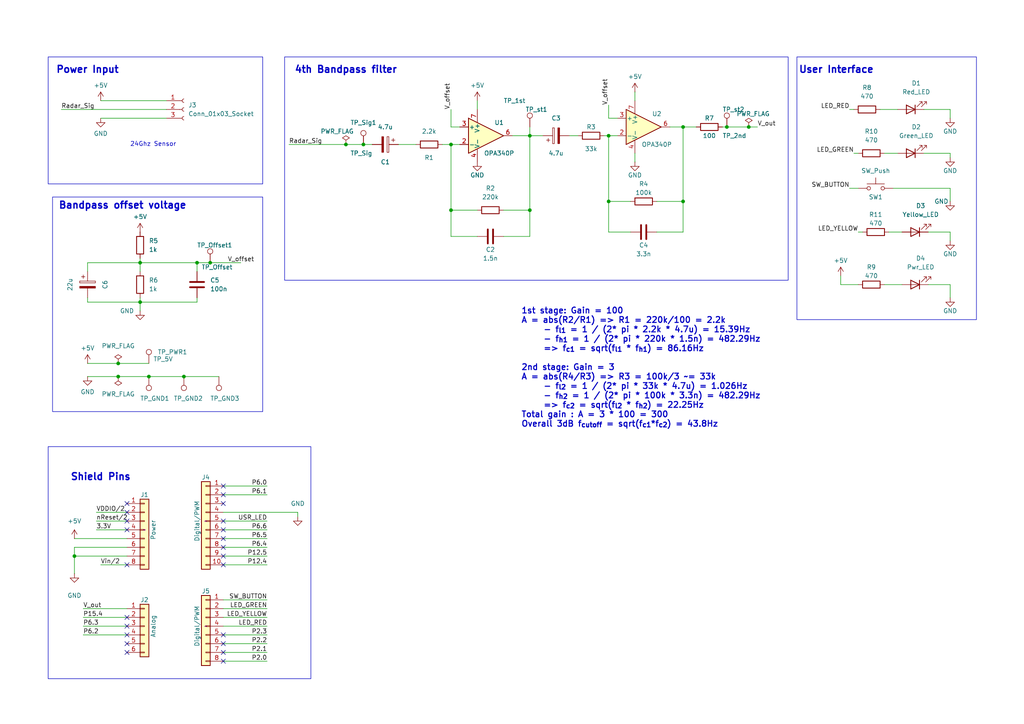
<source format=kicad_sch>
(kicad_sch (version 20231120) (generator "eeschema") (generator_version "8.0")
  (paper "A4")
  (title_block (title "24Ghz Radar Design") (date "2024-04-09") (rev "R1.0") (company "Hochschule Darmstadt") (comment 1 "Nguyen Tien Anh Ha"))
  (lib_symbols
    (symbol "Amplifier_Operational:OPA340P" (pin_names (offset 0.127))
      (property "Reference" "U" (at 0 6.35 0))
      (property "Value" "OPA340P" (at 0 3.81 0))
      (symbol "OPA340P_0_1"
        (polyline (pts (xy -5.08 5.08) (xy 5.08 0) (xy -5.08 -5.08) (xy -5.08 5.08)) (stroke (width 0.254)) (fill (type background)))
      )
      (symbol "OPA340P_1_1"
        (pin no_connect line (at -5.08 -2.54 90) (length 2.54) hide (name "NC") (number "1"))
        (pin input line (at -7.62 -2.54 0) (length 2.54) (name "-") (number "2"))
        (pin input line (at -7.62 2.54 0) (length 2.54) (name "+") (number "3"))
        (pin power_in line (at -2.54 -7.62 90) (length 3.81) (name "V-") (number "4"))
        (pin no_connect line (at -2.54 -2.54 90) (length 2.54) hide (name "NC") (number "5"))
        (pin output line (at 7.62 0 180) (length 2.54) (name "~") (number "6"))
        (pin power_in line (at -2.54 7.62 270) (length 3.81) (name "V+") (number "7"))
        (pin no_connect line (at 0 -2.54 90) (length 2.54) hide (name "NC") (number "8"))
      )
    )
    (symbol "Connector:Conn_01x03_Socket" (pin_names (offset 1.016) hide)
      (property "Reference" "J" (at 0 5.08 0))
      (property "Value" "Conn_01x03_Socket" (at 0 -5.08 0))
      (symbol "Conn_01x03_Socket_1_1"
        (arc (start 0 -2.032) (mid -0.5058 -2.54) (end 0 -3.048) (stroke (width 0.1524)))
        (polyline (pts (xy -1.27 -2.54) (xy -0.508 -2.54)) (stroke (width 0.1524)))
        (polyline (pts (xy -1.27 0) (xy -0.508 0)) (stroke (width 0.1524)))
        (polyline (pts (xy -1.27 2.54) (xy -0.508 2.54)) (stroke (width 0.1524)))
        (arc (start 0 0.508) (mid -0.5058 0) (end 0 -0.508) (stroke (width 0.1524)))
        (arc (start 0 3.048) (mid -0.5058 2.54) (end 0 2.032) (stroke (width 0.1524)))
        (pin passive line (at -5.08 2.54 0) (length 3.81) (name "Pin_1") (number "1"))
        (pin passive line (at -5.08 0 0) (length 3.81) (name "Pin_2") (number "2"))
        (pin passive line (at -5.08 -2.54 0) (length 3.81) (name "Pin_3") (number "3"))
      )
    )
    (symbol "Connector:TestPoint" (pin_numbers hide) (pin_names (offset 0.762) hide)
      (property "Reference" "TP" (at 0 6.858 0))
      (property "Value" "TestPoint" (at 0 5.08 0))
      (symbol "TestPoint_0_1"
        (circle (center 0 3.302) (radius 0.762))
      )
      (symbol "TestPoint_1_1"
        (pin passive line (at 0 0 90) (length 2.54) (name "1") (number "1"))
      )
    )
    (symbol "Connector_Generic:Conn_01x06" (pin_names (offset 1.016) hide)
      (property "Reference" "J" (at 0 7.62 0))
      (property "Value" "Conn_01x06" (at 0 -10.16 0))
      (symbol "Conn_01x06_1_1"
        (rectangle (start -1.27 -7.493) (end 0 -7.747) (stroke (width 0.1524)))
        (rectangle (start -1.27 -4.953) (end 0 -5.207) (stroke (width 0.1524)))
        (rectangle (start -1.27 -2.413) (end 0 -2.667) (stroke (width 0.1524)))
        (rectangle (start -1.27 0.127) (end 0 -0.127) (stroke (width 0.1524)))
        (rectangle (start -1.27 2.667) (end 0 2.413) (stroke (width 0.1524)))
        (rectangle (start -1.27 5.207) (end 0 4.953) (stroke (width 0.1524)))
        (rectangle (start -1.27 6.35) (end 1.27 -8.89) (stroke (width 0.254)) (fill (type background)))
        (pin passive line (at -5.08 5.08 0) (length 3.81) (name "Pin_1") (number "1"))
        (pin passive line (at -5.08 2.54 0) (length 3.81) (name "Pin_2") (number "2"))
        (pin passive line (at -5.08 0 0) (length 3.81) (name "Pin_3") (number "3"))
        (pin passive line (at -5.08 -2.54 0) (length 3.81) (name "Pin_4") (number "4"))
        (pin passive line (at -5.08 -5.08 0) (length 3.81) (name "Pin_5") (number "5"))
        (pin passive line (at -5.08 -7.62 0) (length 3.81) (name "Pin_6") (number "6"))
      )
    )
    (symbol "Connector_Generic:Conn_01x08" (pin_names (offset 1.016) hide)
      (property "Reference" "J" (at 0 10.16 0))
      (property "Value" "Conn_01x08" (at 0 -12.7 0))
      (symbol "Conn_01x08_1_1"
        (rectangle (start -1.27 -10.033) (end 0 -10.287) (stroke (width 0.1524)))
        (rectangle (start -1.27 -7.493) (end 0 -7.747) (stroke (width 0.1524)))
        (rectangle (start -1.27 -4.953) (end 0 -5.207) (stroke (width 0.1524)))
        (rectangle (start -1.27 -2.413) (end 0 -2.667) (stroke (width 0.1524)))
        (rectangle (start -1.27 0.127) (end 0 -0.127) (stroke (width 0.1524)))
        (rectangle (start -1.27 2.667) (end 0 2.413) (stroke (width 0.1524)))
        (rectangle (start -1.27 5.207) (end 0 4.953) (stroke (width 0.1524)))
        (rectangle (start -1.27 7.747) (end 0 7.493) (stroke (width 0.1524)))
        (rectangle (start -1.27 8.89) (end 1.27 -11.43) (stroke (width 0.254)) (fill (type background)))
        (pin passive line (at -5.08 7.62 0) (length 3.81) (name "Pin_1") (number "1"))
        (pin passive line (at -5.08 5.08 0) (length 3.81) (name "Pin_2") (number "2"))
        (pin passive line (at -5.08 2.54 0) (length 3.81) (name "Pin_3") (number "3"))
        (pin passive line (at -5.08 0 0) (length 3.81) (name "Pin_4") (number "4"))
        (pin passive line (at -5.08 -2.54 0) (length 3.81) (name "Pin_5") (number "5"))
        (pin passive line (at -5.08 -5.08 0) (length 3.81) (name "Pin_6") (number "6"))
        (pin passive line (at -5.08 -7.62 0) (length 3.81) (name "Pin_7") (number "7"))
        (pin passive line (at -5.08 -10.16 0) (length 3.81) (name "Pin_8") (number "8"))
      )
    )
    (symbol "Connector_Generic:Conn_01x10" (pin_names (offset 1.016) hide)
      (property "Reference" "J" (at 0 12.7 0))
      (property "Value" "Conn_01x10" (at 0 -15.24 0))
      (symbol "Conn_01x10_1_1"
        (rectangle (start -1.27 -12.573) (end 0 -12.827) (stroke (width 0.1524)))
        (rectangle (start -1.27 -10.033) (end 0 -10.287) (stroke (width 0.1524)))
        (rectangle (start -1.27 -7.493) (end 0 -7.747) (stroke (width 0.1524)))
        (rectangle (start -1.27 -4.953) (end 0 -5.207) (stroke (width 0.1524)))
        (rectangle (start -1.27 -2.413) (end 0 -2.667) (stroke (width 0.1524)))
        (rectangle (start -1.27 0.127) (end 0 -0.127) (stroke (width 0.1524)))
        (rectangle (start -1.27 2.667) (end 0 2.413) (stroke (width 0.1524)))
        (rectangle (start -1.27 5.207) (end 0 4.953) (stroke (width 0.1524)))
        (rectangle (start -1.27 7.747) (end 0 7.493) (stroke (width 0.1524)))
        (rectangle (start -1.27 10.287) (end 0 10.033) (stroke (width 0.1524)))
        (rectangle (start -1.27 11.43) (end 1.27 -13.97) (stroke (width 0.254)) (fill (type background)))
        (pin passive line (at -5.08 10.16 0) (length 3.81) (name "Pin_1") (number "1"))
        (pin passive line (at -5.08 -12.7 0) (length 3.81) (name "Pin_10") (number "10"))
        (pin passive line (at -5.08 7.62 0) (length 3.81) (name "Pin_2") (number "2"))
        (pin passive line (at -5.08 5.08 0) (length 3.81) (name "Pin_3") (number "3"))
        (pin passive line (at -5.08 2.54 0) (length 3.81) (name "Pin_4") (number "4"))
        (pin passive line (at -5.08 0 0) (length 3.81) (name "Pin_5") (number "5"))
        (pin passive line (at -5.08 -2.54 0) (length 3.81) (name "Pin_6") (number "6"))
        (pin passive line (at -5.08 -5.08 0) (length 3.81) (name "Pin_7") (number "7"))
        (pin passive line (at -5.08 -7.62 0) (length 3.81) (name "Pin_8") (number "8"))
        (pin passive line (at -5.08 -10.16 0) (length 3.81) (name "Pin_9") (number "9"))
      )
    )
    (symbol "Device:C" (pin_numbers hide) (pin_names (offset 0.254))
      (property "Reference" "C" (at 0.635 2.54 0))
      (property "Value" "C" (at 0.635 -2.54 0))
      (symbol "C_0_1"
        (polyline (pts (xy -2.032 -0.762) (xy 2.032 -0.762)) (stroke (width 0.508)))
        (polyline (pts (xy -2.032 0.762) (xy 2.032 0.762)) (stroke (width 0.508)))
      )
      (symbol "C_1_1"
        (pin passive line (at 0 3.81 270) (length 2.794) (name "~") (number "1"))
        (pin passive line (at 0 -3.81 90) (length 2.794) (name "~") (number "2"))
      )
    )
    (symbol "Device:C_Polarized" (pin_numbers hide) (pin_names (offset 0.254))
      (property "Reference" "C" (at 0.635 2.54 0))
      (property "Value" "C_Polarized" (at 0.635 -2.54 0))
      (symbol "C_Polarized_0_1"
        (rectangle (start -2.286 0.508) (end 2.286 1.016))
        (polyline (pts (xy -1.778 2.286) (xy -0.762 2.286)))
        (polyline (pts (xy -1.27 2.794) (xy -1.27 1.778)))
        (rectangle (start 2.286 -0.508) (end -2.286 -1.016) (fill (type outline)))
      )
      (symbol "C_Polarized_1_1"
        (pin passive line (at 0 3.81 270) (length 2.794) (name "~") (number "1"))
        (pin passive line (at 0 -3.81 90) (length 2.794) (name "~") (number "2"))
      )
    )
    (symbol "Device:LED" (pin_numbers hide) (pin_names (offset 1.016) hide)
      (property "Reference" "D" (at 0 2.54 0))
      (property "Value" "LED" (at 0 -2.54 0))
      (symbol "LED_0_1"
        (polyline (pts (xy -1.27 -1.27) (xy -1.27 1.27)) (stroke (width 0.254)))
        (polyline (pts (xy -1.27 0) (xy 1.27 0)))
        (polyline (pts (xy 1.27 -1.27) (xy 1.27 1.27) (xy -1.27 0) (xy 1.27 -1.27)) (stroke (width 0.254)))
        (polyline (pts (xy -3.048 -0.762) (xy -4.572 -2.286) (xy -3.81 -2.286) (xy -4.572 -2.286) (xy -4.572 -1.524)))
        (polyline (pts (xy -1.778 -0.762) (xy -3.302 -2.286) (xy -2.54 -2.286) (xy -3.302 -2.286) (xy -3.302 -1.524)))
      )
      (symbol "LED_1_1"
        (pin passive line (at -3.81 0 0) (length 2.54) (name "K") (number "1"))
        (pin passive line (at 3.81 0 180) (length 2.54) (name "A") (number "2"))
      )
    )
    (symbol "Device:R" (pin_numbers hide) (pin_names (offset 0))
      (property "Reference" "R" (at 2.032 0 90))
      (property "Value" "R" (at 0 0 90))
      (symbol "R_0_1"
        (rectangle (start -1.016 -2.54) (end 1.016 2.54) (stroke (width 0.254)))
      )
      (symbol "R_1_1"
        (pin passive line (at 0 3.81 270) (length 1.27) (name "~") (number "1"))
        (pin passive line (at 0 -3.81 90) (length 1.27) (name "~") (number "2"))
      )
    )
    (symbol "Switch:SW_Push" (pin_numbers hide) (pin_names (offset 1.016) hide)
      (property "Reference" "SW" (at 1.27 2.54 0))
      (property "Value" "SW_Push" (at 0 -1.524 0))
      (symbol "SW_Push_0_1"
        (circle (center -2.032 0) (radius 0.508))
        (polyline (pts (xy 0 1.27) (xy 0 3.048)))
        (polyline (pts (xy 2.54 1.27) (xy -2.54 1.27)))
        (circle (center 2.032 0) (radius 0.508))
        (pin passive line (at -5.08 0 0) (length 2.54) (name "1") (number "1"))
        (pin passive line (at 5.08 0 180) (length 2.54) (name "2") (number "2"))
      )
    )
    (symbol "power:+5V" (power) (pin_numbers hide) (pin_names (offset 0) hide)
      (property "Value" "+5V" (at 0 3.556 0))
      (symbol "+5V_0_1"
        (polyline (pts (xy -0.762 1.27) (xy 0 2.54)))
        (polyline (pts (xy 0 0) (xy 0 2.54)))
        (polyline (pts (xy 0 2.54) (xy 0.762 1.27)))
      )
      (symbol "+5V_1_1"
        (pin power_in line (at 0 0 90) (length 0) (name "~") (number "1"))
      )
    )
    (symbol "power:GND" (power) (pin_numbers hide) (pin_names (offset 0) hide)
      (property "Value" "GND" (at 0 -3.81 0))
      (symbol "GND_0_1"
        (polyline (pts (xy 0 0) (xy 0 -1.27) (xy 1.27 -1.27) (xy 0 -2.54) (xy -1.27 -1.27) (xy 0 -1.27)))
      )
      (symbol "GND_1_1"
        (pin power_in line (at 0 0 270) (length 0) (name "~") (number "1"))
      )
    )
    (symbol "power:PWR_FLAG" (power) (pin_numbers hide) (pin_names (offset 0) hide)
      (property "Value" "PWR_FLAG" (at 0 3.81 0))
      (symbol "PWR_FLAG_0_0"
        (pin power_out line (at 0 0 90) (length 0) (name "~") (number "1"))
      )
      (symbol "PWR_FLAG_0_1"
        (polyline (pts (xy 0 0) (xy 0 1.27) (xy -1.016 1.905) (xy 0 2.54) (xy 1.016 1.905) (xy 0 1.27)))
      )
    )
  )
  (junction (at 43.18 109.22))
  (junction (at 34.29 109.22))
  (junction (at 105.41 41.91))
  (junction (at 198.12 36.83))
  (junction (at 217.17 36.83))
  (junction (at 21.59 161.29))
  (junction (at 34.29 105.41))
  (junction (at 100.33 41.91))
  (junction (at 130.81 60.96))
  (junction (at 176.53 39.37))
  (junction (at 130.81 41.91))
  (junction (at 176.53 58.42))
  (junction (at 210.82 36.83))
  (junction (at 198.12 58.42))
  (junction (at 57.15 76.2))
  (junction (at 40.64 87.63))
  (junction (at 153.67 39.37))
  (junction (at 153.67 60.96))
  (junction (at 53.34 109.22))
  (junction (at 40.64 76.2))
  (junction (at 60.96 76.2))
  (no_connect (at 36.83 186.69))
  (no_connect (at 36.83 179.07))
  (no_connect (at 64.77 153.67))
  (no_connect (at 64.77 161.29))
  (no_connect (at 64.77 158.75))
  (no_connect (at 64.77 191.77))
  (no_connect (at 64.77 143.51))
  (no_connect (at 64.77 163.83))
  (no_connect (at 36.83 181.61))
  (no_connect (at 64.77 151.13))
  (no_connect (at 64.77 156.21))
  (no_connect (at 64.77 140.97))
  (no_connect (at 64.77 189.23))
  (no_connect (at 36.83 148.59))
  (no_connect (at 64.77 186.69))
  (no_connect (at 36.83 153.67))
  (no_connect (at 64.77 184.15))
  (no_connect (at 36.83 189.23))
  (no_connect (at 36.83 146.05))
  (no_connect (at 36.83 163.83))
  (no_connect (at 36.83 184.15))
  (no_connect (at 64.77 146.05))
  (no_connect (at 36.83 151.13))
  (wire (pts (xy 64.77 191.77) (xy 77.47 191.77)))
  (wire (pts (xy 256.54 44.45) (xy 260.35 44.45)))
  (wire (pts (xy 64.77 158.75) (xy 77.47 158.75)))
  (wire (pts (xy 190.5 58.42) (xy 198.12 58.42)))
  (wire (pts (xy 153.67 60.96) (xy 153.67 39.37)))
  (wire (pts (xy 64.77 140.97) (xy 77.47 140.97)))
  (wire (pts (xy 176.53 39.37) (xy 176.53 58.42)))
  (wire (pts (xy 176.53 30.48) (xy 176.53 34.29)))
  (wire (pts (xy 21.59 158.75) (xy 21.59 161.29)))
  (wire (pts (xy 275.59 67.31) (xy 275.59 69.85)))
  (wire (pts (xy 184.15 26.67) (xy 184.15 29.21)))
  (wire (pts (xy 198.12 36.83) (xy 198.12 58.42)))
  (wire (pts (xy 40.64 74.93) (xy 40.64 76.2)))
  (wire (pts (xy 148.59 39.37) (xy 153.67 39.37)))
  (wire (pts (xy 153.67 39.37) (xy 157.48 39.37)))
  (wire (pts (xy 21.59 161.29) (xy 21.59 166.37)))
  (wire (pts (xy 40.64 76.2) (xy 57.15 76.2)))
  (wire (pts (xy 100.33 41.91) (xy 83.82 41.91)))
  (wire (pts (xy 21.59 161.29) (xy 36.83 161.29)))
  (wire (pts (xy 34.29 109.22) (xy 43.18 109.22)))
  (wire (pts (xy 25.4 87.63) (xy 40.64 87.63)))
  (wire (pts (xy 267.97 44.45) (xy 275.59 44.45)))
  (wire (pts (xy 64.77 151.13) (xy 77.47 151.13)))
  (wire (pts (xy 217.17 36.83) (xy 219.71 36.83)))
  (wire (pts (xy 64.77 173.99) (xy 77.47 173.99)))
  (wire (pts (xy 36.83 176.53) (xy 24.13 176.53)))
  (wire (pts (xy 64.77 153.67) (xy 77.47 153.67)))
  (wire (pts (xy 246.38 31.75) (xy 247.65 31.75)))
  (wire (pts (xy 64.77 176.53) (xy 77.47 176.53)))
  (wire (pts (xy 25.4 76.2) (xy 25.4 78.74)))
  (wire (pts (xy 269.24 67.31) (xy 275.59 67.31)))
  (wire (pts (xy 40.64 76.2) (xy 40.64 78.74)))
  (wire (pts (xy 40.64 90.17) (xy 40.64 87.63)))
  (wire (pts (xy 275.59 82.55) (xy 275.59 86.36)))
  (wire (pts (xy 146.05 60.96) (xy 153.67 60.96)))
  (wire (pts (xy 60.96 76.2) (xy 69.85 76.2)))
  (wire (pts (xy 198.12 67.31) (xy 190.5 67.31)))
  (wire (pts (xy 105.41 41.91) (xy 100.33 41.91)))
  (wire (pts (xy 64.77 161.29) (xy 77.47 161.29)))
  (wire (pts (xy 128.27 41.91) (xy 130.81 41.91)))
  (wire (pts (xy 130.81 31.75) (xy 130.81 36.83)))
  (wire (pts (xy 57.15 86.36) (xy 57.15 87.63)))
  (wire (pts (xy 29.21 163.83) (xy 36.83 163.83)))
  (wire (pts (xy 64.77 181.61) (xy 77.47 181.61)))
  (wire (pts (xy 60.96 76.2) (xy 57.15 76.2)))
  (wire (pts (xy 275.59 31.75) (xy 275.59 34.29)))
  (wire (pts (xy 27.94 148.59) (xy 36.83 148.59)))
  (wire (pts (xy 130.81 41.91) (xy 133.35 41.91)))
  (wire (pts (xy 25.4 76.2) (xy 40.64 76.2)))
  (wire (pts (xy 57.15 76.2) (xy 57.15 78.74)))
  (wire (pts (xy 138.43 68.58) (xy 130.81 68.58)))
  (wire (pts (xy 194.31 36.83) (xy 198.12 36.83)))
  (wire (pts (xy 176.53 58.42) (xy 176.53 67.31)))
  (wire (pts (xy 86.36 148.59) (xy 86.36 149.86)))
  (wire (pts (xy 138.43 60.96) (xy 130.81 60.96)))
  (wire (pts (xy 184.15 46.99) (xy 184.15 44.45)))
  (wire (pts (xy 36.83 181.61) (xy 24.13 181.61)))
  (wire (pts (xy 27.94 151.13) (xy 36.83 151.13)))
  (wire (pts (xy 243.84 82.55) (xy 248.92 82.55)))
  (wire (pts (xy 257.81 67.31) (xy 261.62 67.31)))
  (wire (pts (xy 25.4 109.22) (xy 34.29 109.22)))
  (wire (pts (xy 153.67 68.58) (xy 153.67 60.96)))
  (wire (pts (xy 198.12 36.83) (xy 201.93 36.83)))
  (wire (pts (xy 175.26 39.37) (xy 176.53 39.37)))
  (wire (pts (xy 153.67 36.83) (xy 153.67 39.37)))
  (wire (pts (xy 29.21 34.29) (xy 48.26 34.29)))
  (wire (pts (xy 24.13 179.07) (xy 36.83 179.07)))
  (wire (pts (xy 130.81 68.58) (xy 130.81 60.96)))
  (wire (pts (xy 146.05 68.58) (xy 153.67 68.58)))
  (wire (pts (xy 275.59 44.45) (xy 275.59 45.72)))
  (wire (pts (xy 256.54 82.55) (xy 261.62 82.55)))
  (wire (pts (xy 29.21 29.21) (xy 48.26 29.21)))
  (wire (pts (xy 43.18 109.22) (xy 53.34 109.22)))
  (wire (pts (xy 243.84 80.01) (xy 243.84 82.55)))
  (wire (pts (xy 25.4 105.41) (xy 34.29 105.41)))
  (wire (pts (xy 167.64 39.37) (xy 165.1 39.37)))
  (wire (pts (xy 176.53 58.42) (xy 182.88 58.42)))
  (wire (pts (xy 247.65 44.45) (xy 248.92 44.45)))
  (wire (pts (xy 64.77 148.59) (xy 86.36 148.59)))
  (wire (pts (xy 34.29 105.41) (xy 43.18 105.41)))
  (wire (pts (xy 210.82 36.83) (xy 217.17 36.83)))
  (wire (pts (xy 255.27 31.75) (xy 260.35 31.75)))
  (wire (pts (xy 209.55 36.83) (xy 210.82 36.83)))
  (wire (pts (xy 36.83 158.75) (xy 21.59 158.75)))
  (wire (pts (xy 176.53 39.37) (xy 179.07 39.37)))
  (wire (pts (xy 64.77 156.21) (xy 77.47 156.21)))
  (wire (pts (xy 138.43 29.21) (xy 138.43 31.75)))
  (wire (pts (xy 40.64 87.63) (xy 40.64 86.36)))
  (wire (pts (xy 64.77 179.07) (xy 77.47 179.07)))
  (wire (pts (xy 24.13 184.15) (xy 36.83 184.15)))
  (wire (pts (xy 130.81 36.83) (xy 133.35 36.83)))
  (wire (pts (xy 269.24 82.55) (xy 275.59 82.55)))
  (wire (pts (xy 176.53 34.29) (xy 179.07 34.29)))
  (wire (pts (xy 176.53 67.31) (xy 182.88 67.31)))
  (wire (pts (xy 130.81 60.96) (xy 130.81 41.91)))
  (wire (pts (xy 40.64 87.63) (xy 57.15 87.63)))
  (wire (pts (xy 275.59 54.61) (xy 275.59 58.42)))
  (wire (pts (xy 107.95 41.91) (xy 105.41 41.91)))
  (wire (pts (xy 198.12 58.42) (xy 198.12 67.31)))
  (wire (pts (xy 64.77 143.51) (xy 77.47 143.51)))
  (wire (pts (xy 246.38 54.61) (xy 248.92 54.61)))
  (wire (pts (xy 64.77 186.69) (xy 77.47 186.69)))
  (wire (pts (xy 53.34 109.22) (xy 63.5 109.22)))
  (wire (pts (xy 64.77 184.15) (xy 77.47 184.15)))
  (wire (pts (xy 115.57 41.91) (xy 120.65 41.91)))
  (wire (pts (xy 267.97 31.75) (xy 275.59 31.75)))
  (wire (pts (xy 64.77 189.23) (xy 77.47 189.23)))
  (wire (pts (xy 21.59 156.21) (xy 36.83 156.21)))
  (wire (pts (xy 275.59 54.61) (xy 259.08 54.61)))
  (wire (pts (xy 25.4 86.36) (xy 25.4 87.63)))
  (wire (pts (xy 27.94 153.67) (xy 36.83 153.67)))
  (wire (pts (xy 17.78 31.75) (xy 48.26 31.75)))
  (wire (pts (xy 248.92 67.31) (xy 250.19 67.31)))
  (wire (pts (xy 64.77 163.83) (xy 77.47 163.83)))
  (rectangle (start 231.14 16.51) (end 283.21 92.71))
  (rectangle (start 13.97 16.51) (end 76.2 53.34))
  (rectangle (start 15.24 57.15) (end 76.2 119.38))
  (rectangle (start 82.55 16.51) (end 228.6 81.28))
  (rectangle (start 13.97 129.54) (end 90.17 196.85))
  (text "4th Bandpass filter\n" (at 100.33 20.32 0) (effects (font (size 2 2) (thickness 0.4) (bold yes))))
  (text "1st stage: Gain = 100\nA = abs(R2/R1) => R1 = 220k/100 = 2.2k\n	- f_{l1} = 1 / (2* pi * 2.2k * 4.7u) = 15.39Hz\n	- f_{h1} = 1 / (2* pi * 220k * 1.5n) = 482.29Hz\n	=> f_{c1} = sqrt(f_{l1} * f_{h1}) = 86.16Hz\n\n2nd stage: Gain = 3\nA = abs(R4/R3) => R3 = 100k/3 ~= 33k\n	- f_{l2} = 1 / (2* pi * 33k * 4.7u) = 1.026Hz\n	- f_{h2} = 1 / (2* pi * 100k * 3.3n) = 482.29Hz\n	=> f_{c2} = sqrt(f_{l2} * f_{h2}) = 22.25Hz\nTotal gain : A = 3 * 100 = 300\nOverall 3dB f_{cutoff} = sqrt(f_{c1}*f_{c2}) = 43.8Hz" (exclude_from_sim yes) (at 151.13 106.68 0) (effects (font (size 1.7 1.7) (thickness 0.3) (bold yes)) (justify left)))
  (text "Bandpass offset voltage\n" (at 35.56 59.69 0) (effects (font (size 2 2) (thickness 0.4) (bold yes))))
  (text "Shield Pins\n" (at 29.21 138.43 0) (effects (font (size 2 2) (thickness 0.4) (bold yes))))
  (text "Power Input\n" (at 25.4 20.32 0) (effects (font (size 2 2) (thickness 0.4) (bold yes))))
  (text "24Ghz Sensor\n" (at 44.45 41.91 0) (effects (font (size 1.27 1.27))))
  (text "User Interface\n" (at 242.57 20.32 0) (effects (font (size 2 2) (thickness 0.4) (bold yes))))
  (label "P2.0" (at 77.47 191.77 180))
  (label "V_offset" (at 130.81 31.75 90))
  (label "P6.3" (at 24.13 181.61 0))
  (label "LED_RED" (at 77.47 181.61 180))
  (label "SW_BUTTON" (at 246.38 54.61 180))
  (label "P2.2" (at 77.47 186.69 180))
  (label "LED_YELLOW" (at 248.92 67.31 180))
  (label "Radar_Sig" (at 17.78 31.75 0))
  (label "P6.2" (at 24.13 184.15 0))
  (label "USR_LED" (at 77.47 151.13 180))
  (label "P6.6" (at 77.47 153.67 180))
  (label "nReset{slash}2" (at 27.94 151.13 0))
  (label "LED_RED" (at 246.38 31.75 180))
  (label "P6.4" (at 77.47 158.75 180))
  (label "Radar_Sig" (at 83.82 41.91 0))
  (label "V_out" (at 219.71 36.83 0))
  (label "VDDIO{slash}2" (at 27.94 148.59 0))
  (label "SW_BUTTON" (at 77.47 173.99 180))
  (label "P6.1" (at 77.47 143.51 180))
  (label "P12.4" (at 77.47 163.83 180))
  (label "3.3V" (at 27.94 153.67 0))
  (label "P6.5" (at 77.47 156.21 180))
  (label "P2.3" (at 77.47 184.15 180))
  (label "V_offset" (at 176.53 30.48 90))
  (label "LED_GREEN" (at 247.65 44.45 180))
  (label "P15.4" (at 24.13 179.07 0))
  (label "P2.1" (at 77.47 189.23 180))
  (label "V_out" (at 24.13 176.53 0))
  (label "LED_GREEN" (at 77.47 176.53 180))
  (label "P6.0" (at 77.47 140.97 180))
  (label "P12.5" (at 77.47 161.29 180))
  (label "LED_YELLOW" (at 77.47 179.07 180))
  (label "V_offset" (at 66.04 76.2 0))
  (label "Vin{slash}2" (at 29.21 163.83 0))
  (symbol (lib_id "Connector_Generic:Conn_01x08") (at 41.91 153.67 0) (unit 1)
    (property "Reference" "J1" (at 41.91 143.51 0))
    (property "Value" "Power" (at 44.45 153.67 90))
    (property "Footprint" "Connector_PinSocket_2.54mm:PinSocket_1x08_P2.54mm_Vertical" (effects (hide yes)))
    (property "Datasheet" "~" (at 41.91 153.67 0))
    (property "Description" "Generic connector, single row, 01x08, script generated (kicad-library-utils/schlib/autogen/connector/)" (effects (hide yes)))
  )
  (symbol (lib_id "power:GND") (at 21.59 166.37 0) (unit 1)
    (property "Reference" "#PWR02" (effects (hide yes)))
    (property "Value" "GND" (at 21.59 172.72 0))
    (property "Description" "Power symbol creates a global label with name \"GND\" , ground" (effects (hide yes)))
  )
  (symbol (lib_id "Connector_Generic:Conn_01x10") (at 59.69 151.13 0) (mirror y) (unit 1)
    (property "Reference" "J4" (at 59.69 138.43 0))
    (property "Value" "Digital/PWM" (at 57.15 151.13 90))
    (property "Footprint" "Connector_PinSocket_2.54mm:PinSocket_1x10_P2.54mm_Vertical" (effects (hide yes)))
    (property "Datasheet" "~" (at 59.69 151.13 0))
    (property "Description" "Generic connector, single row, 01x10, script generated (kicad-library-utils/schlib/autogen/connector/)" (effects (hide yes)))
  )
  (symbol (lib_id "power:GND") (at 86.36 149.86 0) (unit 1)
    (property "Reference" "#PWR07" (effects (hide yes)))
    (property "Value" "GND" (at 86.36 146.05 0))
    (property "Description" "Power symbol creates a global label with name \"GND\" , ground" (effects (hide yes)))
  )
  (symbol (lib_id "Connector_Generic:Conn_01x06") (at 41.91 181.61 0) (unit 1)
    (property "Reference" "J2" (at 41.91 173.99 0))
    (property "Value" "Analog" (at 44.45 181.61 90))
    (property "Footprint" "Connector_PinSocket_2.54mm:PinSocket_1x06_P2.54mm_Vertical" (effects (hide yes)))
    (property "Description" "Generic connector, single row, 01x06, script generated (kicad-library-utils/schlib/autogen/connector/)" (effects (hide yes)))
  )
  (symbol (lib_id "Connector_Generic:Conn_01x08") (at 59.69 181.61 0) (mirror y) (unit 1)
    (property "Reference" "J5" (at 59.69 171.45 0))
    (property "Value" "Digital/PWM" (at 57.15 181.61 90))
    (property "Footprint" "Connector_PinSocket_2.54mm:PinSocket_1x08_P2.54mm_Vertical" (effects (hide yes)))
    (property "Datasheet" "~" (at 59.69 181.61 0))
    (property "Description" "Generic connector, single row, 01x08, script generated (kicad-library-utils/schlib/autogen/connector/)" (effects (hide yes)))
  )
  (symbol (lib_id "power:GND") (at 275.59 58.42 0) (unit 1)
    (property "Reference" "#PWR018" (effects (hide yes)))
    (property "Value" "GND" (at 273.05 58.42 0))
    (property "Description" "Power symbol creates a global label with name \"GND\" , ground" (effects (hide yes)))
  )
  (symbol (lib_id "Device:R") (at 171.45 39.37 90) (unit 1)
    (property "Reference" "R3" (at 171.45 36.83 90))
    (property "Value" "33k" (at 171.45 43.18 90))
    (property "Footprint" "Resistor_THT:R_Axial_DIN0207_L6.3mm_D2.5mm_P10.16mm_Horizontal" (effects (hide yes)))
    (property "Description" "Resistor" (effects (hide yes)))
  )
  (symbol (lib_id "Connector:Conn_01x03_Socket") (at 53.34 31.75 0) (unit 1)
    (property "Reference" "J3" (at 54.61 30.4799 0) (effects (justify left)))
    (property "Value" "Conn_01x03_Socket" (at 54.61 33.0199 0) (effects (justify left)))
    (property "Footprint" "radar_connector:PinSocket_1x03_P2.54mm_Horizontal" (effects (hide yes)))
    (property "Description" "Generic connector, single row, 01x03, script generated" (effects (hide yes)))
  )
  (symbol (lib_id "power:GND") (at 275.59 34.29 0) (unit 1)
    (property "Reference" "#PWR016" (effects (hide yes)))
    (property "Value" "GND" (at 275.59 38.1 0))
    (property "Description" "Power symbol creates a global label with name \"GND\" , ground" (effects (hide yes)))
  )
  (symbol (lib_id "power:+5V") (at 25.4 105.41 0) (unit 1)
    (property "Reference" "#PWR03" (effects (hide yes)))
    (property "Value" "+5V" (at 25.4 100.965 0))
    (property "Description" "Power symbol creates a global label with name \"+5V\"" (effects (hide yes)))
  )
  (symbol (lib_id "power:+5V") (at 21.59 156.21 0) (unit 1)
    (property "Reference" "#PWR01" (effects (hide yes)))
    (property "Value" "+5V" (at 21.59 151.13 0))
    (property "Description" "Power symbol creates a global label with name \"+5V\"" (effects (hide yes)))
  )
  (symbol (lib_id "Connector:TestPoint") (at 43.18 105.41 0) (unit 1)
    (property "Reference" "TP_PWR1" (at 45.72 102.1079 0) (effects (justify left)))
    (property "Value" "TP_5V" (at 44.45 104.14 0) (effects (justify left)))
    (property "Footprint" "Connector_PinHeader_2.54mm:PinHeader_1x01_P2.54mm_Vertical" (effects (hide yes)))
    (property "Description" "test point" (effects (hide yes)))
  )
  (symbol (lib_id "Device:R") (at 251.46 31.75 90) (unit 1)
    (property "Reference" "R8" (at 251.46 25.4 90))
    (property "Value" "470" (at 251.46 27.94 90))
    (property "Footprint" "Resistor_THT:R_Axial_DIN0207_L6.3mm_D2.5mm_P10.16mm_Horizontal" (effects (hide yes)))
    (property "Description" "Resistor" (effects (hide yes)))
  )
  (symbol (lib_id "power:GND") (at 275.59 45.72 0) (unit 1)
    (property "Reference" "#PWR017" (effects (hide yes)))
    (property "Value" "GND" (at 275.59 49.53 0))
    (property "Description" "Power symbol creates a global label with name \"GND\" , ground" (effects (hide yes)))
  )
  (symbol (lib_id "Amplifier_Operational:OPA340P") (at 140.97 39.37 0) (unit 1)
    (property "Reference" "U1" (at 144.78 35.56 0))
    (property "Value" "OPA340P" (at 144.78 44.45 0))
    (property "Footprint" "Package_DIP:DIP-8_W7.62mm" (effects (hide yes)))
    (property "Datasheet" "http://www.ti.com/lit/ds/symlink/opa340.pdf" (effects (hide yes)))
    (property "Description" "Single Single-Supply, Rail-to-Rail Operational Amplifier, MicroAmplifier Series, DIP-8" (effects (hide yes)))
  )
  (symbol (lib_id "power:GND") (at 275.59 86.36 0) (unit 1)
    (property "Reference" "#PWR015" (effects (hide yes)))
    (property "Value" "GND" (at 275.59 90.17 0))
    (property "Description" "Power symbol creates a global label with name \"GND\" , ground" (effects (hide yes)))
  )
  (symbol (lib_id "Device:R") (at 252.73 82.55 90) (unit 1)
    (property "Reference" "R9" (at 252.73 77.47 90))
    (property "Value" "470" (at 252.73 80.01 90))
    (property "Footprint" "Resistor_THT:R_Axial_DIN0207_L6.3mm_D2.5mm_P10.16mm_Horizontal" (effects (hide yes)))
    (property "Description" "Resistor" (effects (hide yes)))
  )
  (symbol (lib_id "Connector:TestPoint") (at 153.67 36.83 0) (unit 1)
    (property "Reference" "TP_st1" (at 152.4 31.75 0) (effects (justify left)))
    (property "Value" "TP_1st" (at 146.05 29.21 0) (effects (justify left)))
    (property "Footprint" "Connector_PinHeader_2.54mm:PinHeader_1x01_P2.54mm_Vertical" (effects (hide yes)))
    (property "Description" "test point" (effects (hide yes)))
  )
  (symbol (lib_id "Device:LED") (at 265.43 67.31 180) (unit 1)
    (property "Reference" "D3" (at 267.0175 59.69 0))
    (property "Value" "Yellow_LED" (at 267.0175 62.23 0))
    (property "Footprint" "LED_THT:LED_D5.0mm" (effects (hide yes)))
    (property "Description" "Light emitting diode" (effects (hide yes)))
  )
  (symbol (lib_id "Device:R") (at 205.74 36.83 90) (unit 1)
    (property "Reference" "R7" (at 205.74 34.29 90))
    (property "Value" "100" (at 205.74 39.37 90))
    (property "Footprint" "Resistor_THT:R_Axial_DIN0207_L6.3mm_D2.5mm_P10.16mm_Horizontal" (effects (hide yes)))
    (property "Description" "Resistor" (effects (hide yes)))
  )
  (symbol (lib_id "Device:C") (at 57.15 82.55 0) (unit 1)
    (property "Reference" "C5" (at 60.96 81.2799 0) (effects (justify left)))
    (property "Value" "100n" (at 60.96 83.8199 0) (effects (justify left)))
    (property "Footprint" "Capacitor_THT:C_Rect_L7.2mm_W2.5mm_P5.00mm_FKS2_FKP2_MKS2_MKP2" (effects (hide yes)))
    (property "Description" "Unpolarized capacitor" (effects (hide yes)))
  )
  (symbol (lib_id "Device:LED") (at 264.16 31.75 180) (unit 1)
    (property "Reference" "D1" (at 265.7475 24.13 0))
    (property "Value" "Red_LED" (at 265.7475 26.67 0))
    (property "Footprint" "LED_THT:LED_D5.0mm" (effects (hide yes)))
    (property "Description" "Light emitting diode" (effects (hide yes)))
  )
  (symbol (lib_id "Switch:SW_Push") (at 254 54.61 0) (unit 1)
    (property "Reference" "SW1" (at 254 57.15 0))
    (property "Value" "SW_Push" (at 254 49.53 0))
    (property "Footprint" "Button_Switch_THT:SW_PUSH_6mm_H7.3mm" (effects (hide yes)))
    (property "Description" "Push button switch, generic, two pins" (effects (hide yes)))
  )
  (symbol (lib_id "Device:R") (at 40.64 82.55 0) (unit 1)
    (property "Reference" "R6" (at 43.18 81.2799 0) (effects (justify left)))
    (property "Value" "1k" (at 43.18 83.8199 0) (effects (justify left)))
    (property "Footprint" "Resistor_THT:R_Axial_DIN0207_L6.3mm_D2.5mm_P10.16mm_Horizontal" (effects (hide yes)))
    (property "Description" "Resistor" (effects (hide yes)))
  )
  (symbol (lib_id "power:PWR_FLAG") (at 34.29 109.22 180) (unit 1)
    (property "Reference" "#FLG02" (effects (hide yes)))
    (property "Value" "PWR_FLAG" (at 34.29 114.3 0))
    (property "Description" "Special symbol for telling ERC where power comes from" (effects (hide yes)))
  )
  (symbol (lib_id "Connector:TestPoint") (at 43.18 109.22 180) (unit 1)
    (property "Reference" "TP_GND1" (at 40.64 115.57 0) (effects (justify right)))
    (property "Value" "TestPoint" (effects (hide yes)))
    (property "Footprint" "Connector_PinHeader_2.54mm:PinHeader_1x01_P2.54mm_Vertical" (effects (hide yes)))
    (property "Description" "test point" (effects (hide yes)))
  )
  (symbol (lib_id "Connector:TestPoint") (at 210.82 36.83 0) (unit 1)
    (property "Reference" "TP_st2" (at 209.55 31.75 0) (effects (justify left)))
    (property "Value" "TP_2nd" (at 209.55 39.37 0) (effects (justify left)))
    (property "Footprint" "Connector_PinHeader_2.54mm:PinHeader_1x01_P2.54mm_Vertical" (effects (hide yes)))
    (property "Description" "test point" (effects (hide yes)))
  )
  (symbol (lib_id "Device:C_Polarized") (at 25.4 82.55 0) (unit 1)
    (property "Reference" "C6" (at 30.48 82.55 90))
    (property "Value" "22u" (at 20.32 82.55 90))
    (property "Footprint" "Capacitor_THT:CP_Radial_D4.0mm_P2.00mm" (effects (hide yes)))
    (property "Description" "Polarized capacitor" (effects (hide yes)))
  )
  (symbol (lib_id "power:+5V") (at 184.15 26.67 0) (unit 1)
    (property "Reference" "#PWR010" (effects (hide yes)))
    (property "Value" "+5V" (at 184.15 22.225 0))
    (property "Description" "Power symbol creates a global label with name \"+5V\"" (effects (hide yes)))
  )
  (symbol (lib_id "Connector:TestPoint") (at 105.41 41.91 0) (unit 1)
    (property "Reference" "TP_Sig1" (at 101.6 35.56 0) (effects (justify left)))
    (property "Value" "TP_Sig" (at 101.6 44.45 0) (effects (justify left)))
    (property "Footprint" "Connector_PinHeader_2.54mm:PinHeader_1x01_P2.54mm_Vertical" (effects (hide yes)))
    (property "Description" "test point" (effects (hide yes)))
  )
  (symbol (lib_id "Device:R") (at 252.73 44.45 90) (unit 1)
    (property "Reference" "R10" (at 252.73 38.1 90))
    (property "Value" "470" (at 252.73 40.64 90))
    (property "Footprint" "Resistor_THT:R_Axial_DIN0207_L6.3mm_D2.5mm_P10.16mm_Horizontal" (effects (hide yes)))
    (property "Description" "Resistor" (effects (hide yes)))
  )
  (symbol (lib_id "power:GND") (at 275.59 69.85 0) (unit 1)
    (property "Reference" "#PWR014" (effects (hide yes)))
    (property "Value" "GND" (at 275.59 73.66 0))
    (property "Description" "Power symbol creates a global label with name \"GND\" , ground" (effects (hide yes)))
  )
  (symbol (lib_id "Connector:TestPoint") (at 63.5 109.22 180) (unit 1)
    (property "Reference" "TP_GND3" (at 60.96 115.57 0) (effects (justify right)))
    (property "Value" "TestPoint" (effects (hide yes)))
    (property "Footprint" "Connector_PinHeader_2.54mm:PinHeader_1x01_P2.54mm_Vertical" (effects (hide yes)))
    (property "Description" "test point" (effects (hide yes)))
  )
  (symbol (lib_id "power:+5V") (at 243.84 80.01 0) (unit 1)
    (property "Reference" "#PWR019" (effects (hide yes)))
    (property "Value" "+5V" (at 243.84 75.565 0))
    (property "Description" "Power symbol creates a global label with name \"+5V\"" (effects (hide yes)))
  )
  (symbol (lib_id "Device:LED") (at 264.16 44.45 180) (unit 1)
    (property "Reference" "D2" (at 265.7475 36.83 0))
    (property "Value" "Green_LED" (at 265.7475 39.37 0))
    (property "Footprint" "LED_THT:LED_D5.0mm" (effects (hide yes)))
    (property "Description" "Light emitting diode" (effects (hide yes)))
  )
  (symbol (lib_id "Device:R") (at 186.69 58.42 90) (unit 1)
    (property "Reference" "R4" (at 186.69 53.34 90))
    (property "Value" "100k" (at 186.69 55.88 90))
    (property "Footprint" "Resistor_THT:R_Axial_DIN0207_L6.3mm_D2.5mm_P10.16mm_Horizontal" (effects (hide yes)))
    (property "Description" "Resistor" (effects (hide yes)))
  )
  (symbol (lib_id "Device:R") (at 40.64 71.12 0) (unit 1)
    (property "Reference" "R5" (at 43.18 69.8499 0) (effects (justify left)))
    (property "Value" "1k" (at 43.18 72.3899 0) (effects (justify left)))
    (property "Footprint" "Resistor_THT:R_Axial_DIN0207_L6.3mm_D2.5mm_P10.16mm_Horizontal" (effects (hide yes)))
    (property "Description" "Resistor" (effects (hide yes)))
  )
  (symbol (lib_id "Device:R") (at 124.46 41.91 90) (unit 1)
    (property "Reference" "R1" (at 124.46 45.72 90))
    (property "Value" "2.2k" (at 124.46 38.1 90))
    (property "Footprint" "Resistor_THT:R_Axial_DIN0207_L6.3mm_D2.5mm_P10.16mm_Horizontal" (effects (hide yes)))
    (property "Description" "Resistor" (effects (hide yes)))
  )
  (symbol (lib_id "Amplifier_Operational:OPA340P") (at 186.69 36.83 0) (unit 1)
    (property "Reference" "U2" (at 190.5 33.02 0))
    (property "Value" "OPA340P" (at 190.5 41.91 0))
    (property "Footprint" "Package_DIP:DIP-8_W7.62mm" (effects (hide yes)))
    (property "Datasheet" "http://www.ti.com/lit/ds/symlink/opa340.pdf" (effects (hide yes)))
    (property "Description" "Single Single-Supply, Rail-to-Rail Operational Amplifier, MicroAmplifier Series, DIP-8" (effects (hide yes)))
  )
  (symbol (lib_id "power:GND") (at 29.21 34.29 0) (unit 1)
    (property "Reference" "#PWR06" (effects (hide yes)))
    (property "Value" "GND" (at 29.21 38.735 0))
    (property "Description" "Power symbol creates a global label with name \"GND\" , ground" (effects (hide yes)))
  )
  (symbol (lib_id "power:GND") (at 25.4 109.22 0) (unit 1)
    (property "Reference" "#PWR04" (effects (hide yes)))
    (property "Value" "GND" (at 25.4 113.665 0))
    (property "Description" "Power symbol creates a global label with name \"GND\" , ground" (effects (hide yes)))
  )
  (symbol (lib_id "Device:C") (at 186.69 67.31 90) (unit 1)
    (property "Reference" "C4" (at 186.69 71.12 90))
    (property "Value" "3.3n" (at 186.69 73.66 90))
    (property "Footprint" "Capacitor_THT:C_Rect_L7.2mm_W7.2mm_P5.00mm_FKS2_FKP2_MKS2_MKP2" (effects (hide yes)))
    (property "Description" "Unpolarized capacitor" (effects (hide yes)))
  )
  (symbol (lib_id "Device:LED") (at 265.43 82.55 180) (unit 1)
    (property "Reference" "D4" (at 267.0175 74.93 0))
    (property "Value" "Pwr_LED" (at 267.0175 77.47 0))
    (property "Footprint" "LED_THT:LED_D5.0mm" (effects (hide yes)))
    (property "Description" "Light emitting diode" (effects (hide yes)))
  )
  (symbol (lib_id "power:PWR_FLAG") (at 217.17 36.83 0) (unit 1)
    (property "Reference" "#FLG03" (effects (hide yes)))
    (property "Value" "PWR_FLAG" (at 218.44 33.02 0))
    (property "Description" "Special symbol for telling ERC where power comes from" (effects (hide yes)))
  )
  (symbol (lib_id "Device:R") (at 254 67.31 90) (unit 1)
    (property "Reference" "R11" (at 254 62.23 90))
    (property "Value" "470" (at 254 64.77 90))
    (property "Footprint" "Resistor_THT:R_Axial_DIN0207_L6.3mm_D2.5mm_P10.16mm_Horizontal" (effects (hide yes)))
    (property "Description" "Resistor" (effects (hide yes)))
  )
  (symbol (lib_id "Device:C_Polarized") (at 111.76 41.91 270) (unit 1)
    (property "Reference" "C1" (at 111.76 46.99 90))
    (property "Value" "4.7u" (at 111.76 36.83 90))
    (property "Footprint" "Capacitor_THT:CP_Radial_D6.3mm_P2.50mm" (effects (hide yes)))
    (property "Description" "Polarized capacitor" (effects (hide yes)))
  )
  (symbol (lib_id "power:GND") (at 184.15 46.99 0) (unit 1)
    (property "Reference" "#PWR011" (effects (hide yes)))
    (property "Value" "GND" (at 184.15 50.8 0))
    (property "Description" "Power symbol creates a global label with name \"GND\" , ground" (effects (hide yes)))
  )
  (symbol (lib_id "Device:C") (at 142.24 68.58 90) (unit 1)
    (property "Reference" "C2" (at 142.24 72.39 90))
    (property "Value" "1.5n" (at 142.24 74.93 90))
    (property "Footprint" "Capacitor_THT:C_Rect_L7.2mm_W7.2mm_P5.00mm_FKS2_FKP2_MKS2_MKP2" (effects (hide yes)))
    (property "Description" "Unpolarized capacitor" (effects (hide yes)))
  )
  (symbol (lib_id "Device:C_Polarized") (at 161.29 39.37 90) (unit 1)
    (property "Reference" "C3" (at 161.29 34.29 90))
    (property "Value" "4.7u" (at 161.29 44.45 90))
    (property "Footprint" "Capacitor_THT:CP_Radial_D6.3mm_P2.50mm" (effects (hide yes)))
    (property "Description" "Polarized capacitor" (effects (hide yes)))
  )
  (symbol (lib_id "power:+5V") (at 40.64 67.31 0) (unit 1)
    (property "Reference" "#PWR012" (effects (hide yes)))
    (property "Value" "+5V" (at 40.64 62.865 0))
    (property "Description" "Power symbol creates a global label with name \"+5V\"" (effects (hide yes)))
  )
  (symbol (lib_id "Device:R") (at 142.24 60.96 90) (unit 1)
    (property "Reference" "R2" (at 142.24 54.61 90))
    (property "Value" "220k" (at 142.24 57.15 90))
    (property "Footprint" "Resistor_THT:R_Axial_DIN0207_L6.3mm_D2.5mm_P10.16mm_Horizontal" (effects (hide yes)))
    (property "Description" "Resistor" (effects (hide yes)))
  )
  (symbol (lib_id "power:+5V") (at 29.21 29.21 0) (unit 1)
    (property "Reference" "#PWR05" (effects (hide yes)))
    (property "Value" "+5V" (at 29.21 24.765 0))
    (property "Description" "Power symbol creates a global label with name \"+5V\"" (effects (hide yes)))
  )
  (symbol (lib_id "Connector:TestPoint") (at 53.34 109.22 180) (unit 1)
    (property "Reference" "TP_GND2" (at 54.61 115.57 0))
    (property "Value" "TestPoint" (effects (hide yes)))
    (property "Footprint" "Connector_PinHeader_2.54mm:PinHeader_1x01_P2.54mm_Vertical" (effects (hide yes)))
    (property "Description" "test point" (effects (hide yes)))
  )
  (symbol (lib_id "power:PWR_FLAG") (at 34.29 105.41 0) (unit 1)
    (property "Reference" "#FLG01" (effects (hide yes)))
    (property "Value" "PWR_FLAG" (at 34.29 100.33 0))
    (property "Description" "Special symbol for telling ERC where power comes from" (effects (hide yes)))
  )
  (symbol (lib_id "power:PWR_FLAG") (at 100.33 41.91 0) (unit 1)
    (property "Reference" "#FLG04" (effects (hide yes)))
    (property "Value" "PWR_FLAG" (at 97.79 38.1 0))
    (property "Description" "Special symbol for telling ERC where power comes from" (effects (hide yes)))
  )
  (symbol (lib_id "Connector:TestPoint") (at 60.96 76.2 0) (unit 1)
    (property "Reference" "TP_Offset1" (at 57.15 71.12 0) (effects (justify left)))
    (property "Value" "TP_Offset" (at 58.42 77.47 0) (effects (justify left)))
    (property "Footprint" "Connector_PinHeader_2.54mm:PinHeader_1x01_P2.54mm_Vertical" (effects (hide yes)))
    (property "Description" "test point" (effects (hide yes)))
  )
  (symbol (lib_id "power:GND") (at 138.43 46.99 0) (unit 1)
    (property "Reference" "#PWR09" (effects (hide yes)))
    (property "Value" "GND" (at 138.43 50.8 0))
    (property "Description" "Power symbol creates a global label with name \"GND\" , ground" (effects (hide yes)))
  )
  (symbol (lib_id "power:GND") (at 40.64 90.17 0) (unit 1)
    (property "Reference" "#PWR013" (effects (hide yes)))
    (property "Value" "GND" (at 36.83 90.17 0))
    (property "Description" "Power symbol creates a global label with name \"GND\" , ground" (effects (hide yes)))
  )
  (symbol (lib_id "power:+5V") (at 138.43 29.21 0) (unit 1)
    (property "Reference" "#PWR08" (effects (hide yes)))
    (property "Value" "+5V" (at 138.43 24.765 0))
    (property "Description" "Power symbol creates a global label with name \"+5V\"" (effects (hide yes)))
  )
)
</source>
